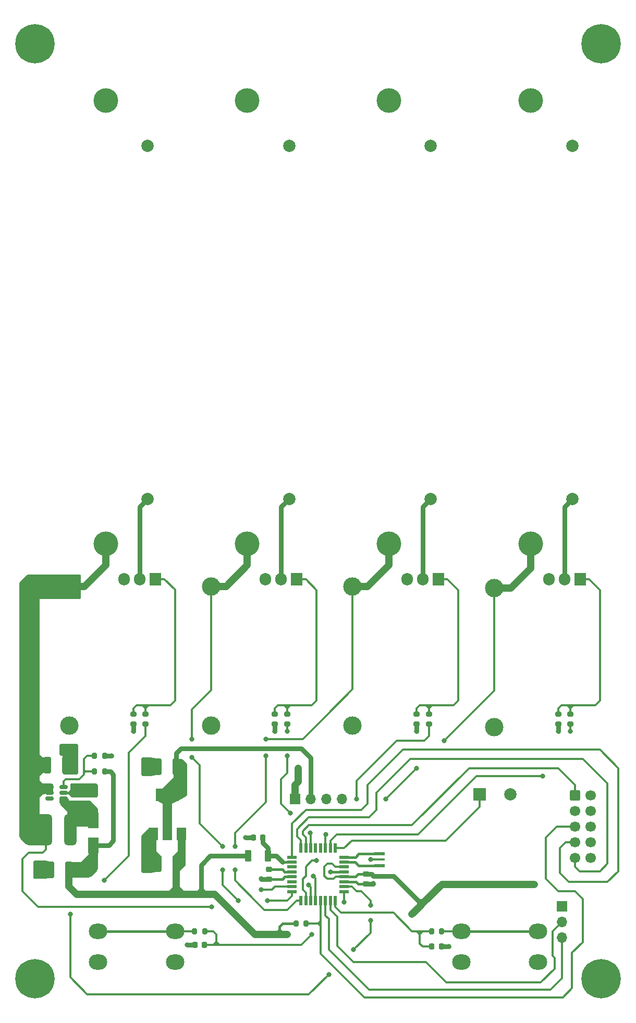
<source format=gbr>
%TF.GenerationSoftware,KiCad,Pcbnew,(6.0.9)*%
%TF.CreationDate,2022-12-22T11:47:32+01:00*%
%TF.ProjectId,BatteryDischargerV1,42617474-6572-4794-9469-736368617267,rev?*%
%TF.SameCoordinates,Original*%
%TF.FileFunction,Copper,L1,Top*%
%TF.FilePolarity,Positive*%
%FSLAX46Y46*%
G04 Gerber Fmt 4.6, Leading zero omitted, Abs format (unit mm)*
G04 Created by KiCad (PCBNEW (6.0.9)) date 2022-12-22 11:47:32*
%MOMM*%
%LPD*%
G01*
G04 APERTURE LIST*
G04 Aperture macros list*
%AMRoundRect*
0 Rectangle with rounded corners*
0 $1 Rounding radius*
0 $2 $3 $4 $5 $6 $7 $8 $9 X,Y pos of 4 corners*
0 Add a 4 corners polygon primitive as box body*
4,1,4,$2,$3,$4,$5,$6,$7,$8,$9,$2,$3,0*
0 Add four circle primitives for the rounded corners*
1,1,$1+$1,$2,$3*
1,1,$1+$1,$4,$5*
1,1,$1+$1,$6,$7*
1,1,$1+$1,$8,$9*
0 Add four rect primitives between the rounded corners*
20,1,$1+$1,$2,$3,$4,$5,0*
20,1,$1+$1,$4,$5,$6,$7,0*
20,1,$1+$1,$6,$7,$8,$9,0*
20,1,$1+$1,$8,$9,$2,$3,0*%
G04 Aperture macros list end*
%TA.AperFunction,SMDPad,CuDef*%
%ADD10R,1.600000X0.550000*%
%TD*%
%TA.AperFunction,SMDPad,CuDef*%
%ADD11R,0.550000X1.600000*%
%TD*%
%TA.AperFunction,ComponentPad*%
%ADD12R,1.700000X1.700000*%
%TD*%
%TA.AperFunction,ComponentPad*%
%ADD13O,1.700000X1.700000*%
%TD*%
%TA.AperFunction,SMDPad,CuDef*%
%ADD14RoundRect,0.200000X0.200000X0.275000X-0.200000X0.275000X-0.200000X-0.275000X0.200000X-0.275000X0*%
%TD*%
%TA.AperFunction,SMDPad,CuDef*%
%ADD15RoundRect,0.225000X0.225000X0.250000X-0.225000X0.250000X-0.225000X-0.250000X0.225000X-0.250000X0*%
%TD*%
%TA.AperFunction,SMDPad,CuDef*%
%ADD16RoundRect,0.200000X-0.275000X0.200000X-0.275000X-0.200000X0.275000X-0.200000X0.275000X0.200000X0*%
%TD*%
%TA.AperFunction,ComponentPad*%
%ADD17O,3.000000X2.500000*%
%TD*%
%TA.AperFunction,ComponentPad*%
%ADD18C,4.000000*%
%TD*%
%TA.AperFunction,SMDPad,CuDef*%
%ADD19RoundRect,0.250000X0.325000X1.100000X-0.325000X1.100000X-0.325000X-1.100000X0.325000X-1.100000X0*%
%TD*%
%TA.AperFunction,ComponentPad*%
%ADD20C,3.000000*%
%TD*%
%TA.AperFunction,ComponentPad*%
%ADD21R,2.000000X2.000000*%
%TD*%
%TA.AperFunction,ComponentPad*%
%ADD22C,2.000000*%
%TD*%
%TA.AperFunction,ComponentPad*%
%ADD23R,1.905000X2.000000*%
%TD*%
%TA.AperFunction,ComponentPad*%
%ADD24O,1.905000X2.000000*%
%TD*%
%TA.AperFunction,SMDPad,CuDef*%
%ADD25RoundRect,0.500000X-0.500000X-2.000000X0.500000X-2.000000X0.500000X2.000000X-0.500000X2.000000X0*%
%TD*%
%TA.AperFunction,SMDPad,CuDef*%
%ADD26RoundRect,0.200000X-0.200000X-0.275000X0.200000X-0.275000X0.200000X0.275000X-0.200000X0.275000X0*%
%TD*%
%TA.AperFunction,SMDPad,CuDef*%
%ADD27RoundRect,0.225000X-0.225000X-0.250000X0.225000X-0.250000X0.225000X0.250000X-0.225000X0.250000X0*%
%TD*%
%TA.AperFunction,ComponentPad*%
%ADD28C,0.800000*%
%TD*%
%TA.AperFunction,ComponentPad*%
%ADD29C,6.400000*%
%TD*%
%TA.AperFunction,SMDPad,CuDef*%
%ADD30RoundRect,0.200000X0.275000X-0.200000X0.275000X0.200000X-0.275000X0.200000X-0.275000X-0.200000X0*%
%TD*%
%TA.AperFunction,SMDPad,CuDef*%
%ADD31RoundRect,0.225000X-0.250000X0.225000X-0.250000X-0.225000X0.250000X-0.225000X0.250000X0.225000X0*%
%TD*%
%TA.AperFunction,ComponentPad*%
%ADD32RoundRect,0.250000X-0.600000X-0.600000X0.600000X-0.600000X0.600000X0.600000X-0.600000X0.600000X0*%
%TD*%
%TA.AperFunction,ComponentPad*%
%ADD33C,1.700000*%
%TD*%
%TA.AperFunction,SMDPad,CuDef*%
%ADD34RoundRect,0.150000X0.512500X0.150000X-0.512500X0.150000X-0.512500X-0.150000X0.512500X-0.150000X0*%
%TD*%
%TA.AperFunction,SMDPad,CuDef*%
%ADD35R,1.500000X2.000000*%
%TD*%
%TA.AperFunction,SMDPad,CuDef*%
%ADD36R,3.800000X2.000000*%
%TD*%
%TA.AperFunction,SMDPad,CuDef*%
%ADD37R,1.800000X2.500000*%
%TD*%
%TA.AperFunction,SMDPad,CuDef*%
%ADD38R,1.700000X0.600000*%
%TD*%
%TA.AperFunction,SMDPad,CuDef*%
%ADD39R,1.700000X0.400000*%
%TD*%
%TA.AperFunction,SMDPad,CuDef*%
%ADD40RoundRect,0.250000X-0.325000X-1.100000X0.325000X-1.100000X0.325000X1.100000X-0.325000X1.100000X0*%
%TD*%
%TA.AperFunction,SMDPad,CuDef*%
%ADD41RoundRect,0.250000X-0.275000X-0.700000X0.275000X-0.700000X0.275000X0.700000X-0.275000X0.700000X0*%
%TD*%
%TA.AperFunction,ViaPad*%
%ADD42C,0.800000*%
%TD*%
%TA.AperFunction,Conductor*%
%ADD43C,0.355600*%
%TD*%
%TA.AperFunction,Conductor*%
%ADD44C,1.200000*%
%TD*%
%TA.AperFunction,Conductor*%
%ADD45C,0.457200*%
%TD*%
%TA.AperFunction,Conductor*%
%ADD46C,0.762000*%
%TD*%
G04 APERTURE END LIST*
D10*
%TO.P,U1,1,PD3*%
%TO.N,PD3{slash}INT1*%
X110500000Y-160550000D03*
%TO.P,U1,2,PD4*%
%TO.N,MOSFET1*%
X110500000Y-159750000D03*
%TO.P,U1,3,GND*%
%TO.N,GND*%
X110500000Y-158950000D03*
%TO.P,U1,4,VCC*%
%TO.N,+5V*%
X110500000Y-158150000D03*
%TO.P,U1,5,GND*%
%TO.N,GND*%
X110500000Y-157350000D03*
%TO.P,U1,6,VCC*%
%TO.N,+5V*%
X110500000Y-156550000D03*
%TO.P,U1,7,XTAL1/PB6*%
%TO.N,Net-(U1-Pad7)*%
X110500000Y-155750000D03*
%TO.P,U1,8,XTAL2/PB7*%
%TO.N,Net-(U1-Pad8)*%
X110500000Y-154950000D03*
D11*
%TO.P,U1,9,PD5*%
%TO.N,/BUZZER*%
X109050000Y-153500000D03*
%TO.P,U1,10,PD6*%
%TO.N,MOSFET4*%
X108250000Y-153500000D03*
%TO.P,U1,11,PD7*%
%TO.N,MOSFET3*%
X107450000Y-153500000D03*
%TO.P,U1,12,PB0*%
%TO.N,unconnected-(U1-Pad12)*%
X106650000Y-153500000D03*
%TO.P,U1,13,PB1*%
%TO.N,unconnected-(U1-Pad13)*%
X105850000Y-153500000D03*
%TO.P,U1,14,PB2*%
%TO.N,MOSFET2*%
X105050000Y-153500000D03*
%TO.P,U1,15,PB3*%
%TO.N,PB3*%
X104250000Y-153500000D03*
%TO.P,U1,16,PB4*%
%TO.N,PB4*%
X103450000Y-153500000D03*
D10*
%TO.P,U1,17,PB5*%
%TO.N,PB5*%
X102000000Y-154950000D03*
%TO.P,U1,18,AVCC*%
%TO.N,Net-(C2-Pad1)*%
X102000000Y-155750000D03*
%TO.P,U1,19,ADC6*%
%TO.N,unconnected-(U1-Pad19)*%
X102000000Y-156550000D03*
%TO.P,U1,20,AREF*%
%TO.N,/AREF*%
X102000000Y-157350000D03*
%TO.P,U1,21,GND*%
%TO.N,GND*%
X102000000Y-158150000D03*
%TO.P,U1,22,ADC7*%
%TO.N,unconnected-(U1-Pad22)*%
X102000000Y-158950000D03*
%TO.P,U1,23,PC0*%
%TO.N,VBAT1*%
X102000000Y-159750000D03*
%TO.P,U1,24,PC1*%
%TO.N,VBAT2*%
X102000000Y-160550000D03*
D11*
%TO.P,U1,25,PC2*%
%TO.N,VBAT3*%
X103450000Y-162000000D03*
%TO.P,U1,26,PC3*%
%TO.N,VBAT4*%
X104250000Y-162000000D03*
%TO.P,U1,27,PC4*%
%TO.N,SDA*%
X105050000Y-162000000D03*
%TO.P,U1,28,PC5*%
%TO.N,SCL*%
X105850000Y-162000000D03*
%TO.P,U1,29,~{RESET}/PC6*%
%TO.N,RESET*%
X106650000Y-162000000D03*
%TO.P,U1,30,PD0*%
%TO.N,/RX*%
X107450000Y-162000000D03*
%TO.P,U1,31,PD1*%
%TO.N,/TX*%
X108250000Y-162000000D03*
%TO.P,U1,32,PD2*%
%TO.N,PD2{slash}INT0*%
X109050000Y-162000000D03*
%TD*%
D12*
%TO.P,J2,1,Pin_1*%
%TO.N,GND*%
X102500000Y-145500000D03*
D13*
%TO.P,J2,2,Pin_2*%
%TO.N,+3V3*%
X105040000Y-145500000D03*
%TO.P,J2,3,Pin_3*%
%TO.N,SCL*%
X107580000Y-145500000D03*
%TO.P,J2,4,Pin_4*%
%TO.N,SDA*%
X110120000Y-145500000D03*
%TD*%
D14*
%TO.P,R4,1*%
%TO.N,RESET*%
X104325000Y-165750000D03*
%TO.P,R4,2*%
%TO.N,+5V*%
X102675000Y-165750000D03*
%TD*%
D15*
%TO.P,C2,1*%
%TO.N,Net-(C2-Pad1)*%
X97275000Y-151750000D03*
%TO.P,C2,2*%
%TO.N,GND*%
X95725000Y-151750000D03*
%TD*%
D16*
%TO.P,R15,1*%
%TO.N,Net-(Q1-Pad1)*%
X76250000Y-131675000D03*
%TO.P,R15,2*%
%TO.N,GND*%
X76250000Y-133325000D03*
%TD*%
D17*
%TO.P,SW2,1,1*%
%TO.N,Net-(R8-Pad1)*%
X70500000Y-167000000D03*
X83000000Y-167000000D03*
%TO.P,SW2,2,2*%
%TO.N,GND*%
X83000000Y-172000000D03*
X70500000Y-172000000D03*
%TD*%
D18*
%TO.P,BT1,1,+*%
%TO.N,VBAT1*%
X71750000Y-104000000D03*
%TO.P,BT1,2,-*%
%TO.N,GND*%
X71750000Y-32000000D03*
%TD*%
D19*
%TO.P,C7,1*%
%TO.N,+5V*%
X83225000Y-156000000D03*
%TO.P,C7,2*%
%TO.N,GND*%
X80275000Y-156000000D03*
%TD*%
D20*
%TO.P,F2,1*%
%TO.N,Net-(F2-Pad1)*%
X111850000Y-133550000D03*
%TO.P,F2,2*%
%TO.N,VBAT3*%
X111850000Y-110950000D03*
%TD*%
D14*
%TO.P,R9,1*%
%TO.N,+5V*%
X71575000Y-141000000D03*
%TO.P,R9,2*%
%TO.N,/FB*%
X69925000Y-141000000D03*
%TD*%
D21*
%TO.P,LS1,1,1*%
%TO.N,/BUZZER*%
X132479216Y-144750000D03*
D22*
%TO.P,LS1,2,2*%
%TO.N,GND*%
X137479216Y-144750000D03*
%TD*%
D23*
%TO.P,Q2,1,G*%
%TO.N,Net-(Q2-Pad1)*%
X125790000Y-109770000D03*
D24*
%TO.P,Q2,2,D*%
%TO.N,Net-(Q2-Pad2)*%
X123250000Y-109770000D03*
%TO.P,Q2,3,S*%
%TO.N,GND*%
X120710000Y-109770000D03*
%TD*%
D25*
%TO.P,L2,1*%
%TO.N,VBAT1*%
X62000000Y-150500000D03*
%TO.P,L2,2*%
%TO.N,/L_OUT*%
X66000000Y-150500000D03*
%TD*%
D20*
%TO.P,F3,1*%
%TO.N,Net-(F3-Pad1)*%
X88850000Y-133550000D03*
%TO.P,F3,2*%
%TO.N,VBAT2*%
X88850000Y-110950000D03*
%TD*%
D16*
%TO.P,R16,1*%
%TO.N,Net-(Q2-Pad1)*%
X122250000Y-131675000D03*
%TO.P,R16,2*%
%TO.N,GND*%
X122250000Y-133325000D03*
%TD*%
D26*
%TO.P,R10,1*%
%TO.N,/FB*%
X69925000Y-138500000D03*
%TO.P,R10,2*%
%TO.N,GND*%
X71575000Y-138500000D03*
%TD*%
D27*
%TO.P,CD1,1*%
%TO.N,PD2{slash}INT0*%
X124725000Y-169500000D03*
%TO.P,CD1,2*%
%TO.N,GND*%
X126275000Y-169500000D03*
%TD*%
D15*
%TO.P,CD2,1*%
%TO.N,PD3{slash}INT1*%
X87775000Y-169250000D03*
%TO.P,CD2,2*%
%TO.N,GND*%
X86225000Y-169250000D03*
%TD*%
D17*
%TO.P,SW1,1,1*%
%TO.N,Net-(R7-Pad1)*%
X129500000Y-167000000D03*
X142000000Y-167000000D03*
%TO.P,SW1,2,2*%
%TO.N,GND*%
X142000000Y-172000000D03*
X129500000Y-172000000D03*
%TD*%
D14*
%TO.P,R7,1*%
%TO.N,Net-(R7-Pad1)*%
X126325000Y-167000000D03*
%TO.P,R7,2*%
%TO.N,PD2{slash}INT0*%
X124675000Y-167000000D03*
%TD*%
D23*
%TO.P,Q3,1,G*%
%TO.N,Net-(Q3-Pad1)*%
X102790000Y-109770000D03*
D24*
%TO.P,Q3,2,D*%
%TO.N,Net-(Q3-Pad2)*%
X100250000Y-109770000D03*
%TO.P,Q3,3,S*%
%TO.N,GND*%
X97710000Y-109770000D03*
%TD*%
D28*
%TO.P,H4,1,1*%
%TO.N,unconnected-(H4-Pad1)*%
X153947056Y-173052944D03*
X152250000Y-172350000D03*
X150552944Y-173052944D03*
X154650000Y-174750000D03*
D29*
X152250000Y-174750000D03*
D28*
X149850000Y-174750000D03*
X150552944Y-176447056D03*
X152250000Y-177150000D03*
X153947056Y-176447056D03*
%TD*%
D30*
%TO.P,R19,1*%
%TO.N,MOSFET2*%
X101250000Y-133325000D03*
%TO.P,R19,2*%
%TO.N,Net-(Q3-Pad1)*%
X101250000Y-131675000D03*
%TD*%
D26*
%TO.P,R8,1*%
%TO.N,Net-(R8-Pad1)*%
X86175000Y-167000000D03*
%TO.P,R8,2*%
%TO.N,PD3{slash}INT1*%
X87825000Y-167000000D03*
%TD*%
D23*
%TO.P,Q1,1,G*%
%TO.N,Net-(Q1-Pad1)*%
X79790000Y-109750000D03*
D24*
%TO.P,Q1,2,D*%
%TO.N,Net-(Q1-Pad2)*%
X77250000Y-109750000D03*
%TO.P,Q1,3,S*%
%TO.N,GND*%
X74710000Y-109750000D03*
%TD*%
D31*
%TO.P,C1,1*%
%TO.N,+5V*%
X114000000Y-157725000D03*
%TO.P,C1,2*%
%TO.N,GND*%
X114000000Y-159275000D03*
%TD*%
D32*
%TO.P,J1,1,Pin_1*%
%TO.N,PB3*%
X147997500Y-144920000D03*
D33*
%TO.P,J1,2,Pin_2*%
%TO.N,+5V*%
X150537500Y-144920000D03*
%TO.P,J1,3,Pin_3*%
%TO.N,GND*%
X147997500Y-147460000D03*
%TO.P,J1,4,Pin_4*%
X150537500Y-147460000D03*
%TO.P,J1,5,Pin_5*%
%TO.N,RESET*%
X147997500Y-150000000D03*
%TO.P,J1,6,Pin_6*%
%TO.N,GND*%
X150537500Y-150000000D03*
%TO.P,J1,7,Pin_7*%
%TO.N,PB5*%
X147997500Y-152540000D03*
%TO.P,J1,8,Pin_8*%
%TO.N,GND*%
X150537500Y-152540000D03*
%TO.P,J1,9,Pin_9*%
%TO.N,PB4*%
X147997500Y-155080000D03*
%TO.P,J1,10,Pin_10*%
%TO.N,GND*%
X150537500Y-155080000D03*
%TD*%
D16*
%TO.P,R22,1*%
%TO.N,Net-(Q4-Pad1)*%
X145250000Y-131675000D03*
%TO.P,R22,2*%
%TO.N,GND*%
X145250000Y-133325000D03*
%TD*%
D28*
%TO.P,H3,1,1*%
%TO.N,unconnected-(H3-Pad1)*%
X152250000Y-25150000D03*
X150552944Y-21052944D03*
X152250000Y-20350000D03*
X153947056Y-24447056D03*
X154650000Y-22750000D03*
X153947056Y-21052944D03*
X150552944Y-24447056D03*
D29*
X152250000Y-22750000D03*
D28*
X149850000Y-22750000D03*
%TD*%
D19*
%TO.P,C6,1*%
%TO.N,+5V*%
X65725000Y-157000000D03*
%TO.P,C6,2*%
%TO.N,GND*%
X62775000Y-157000000D03*
%TD*%
D30*
%TO.P,R13,1*%
%TO.N,MOSFET1*%
X78250000Y-133325000D03*
%TO.P,R13,2*%
%TO.N,Net-(Q1-Pad1)*%
X78250000Y-131675000D03*
%TD*%
D34*
%TO.P,U3,1,SW*%
%TO.N,/L_OUT*%
X64887500Y-145450000D03*
%TO.P,U3,2,GND*%
%TO.N,GND*%
X64887500Y-144500000D03*
%TO.P,U3,3,FB*%
%TO.N,/FB*%
X64887500Y-143550000D03*
%TO.P,U3,4,EN*%
%TO.N,VBAT1*%
X62612500Y-143550000D03*
%TO.P,U3,5,IN*%
X62612500Y-144500000D03*
%TO.P,U3,6,NC*%
%TO.N,unconnected-(U3-Pad6)*%
X62612500Y-145450000D03*
%TD*%
D20*
%TO.P,F1,1*%
%TO.N,Net-(F1-Pad1)*%
X65850000Y-133550000D03*
%TO.P,F1,2*%
%TO.N,VBAT1*%
X65850000Y-110950000D03*
%TD*%
D18*
%TO.P,BT2,1,+*%
%TO.N,VBAT3*%
X117750000Y-104000000D03*
%TO.P,BT2,2,-*%
%TO.N,GND*%
X117750000Y-32000000D03*
%TD*%
D30*
%TO.P,R14,1*%
%TO.N,MOSFET3*%
X124250000Y-133325000D03*
%TO.P,R14,2*%
%TO.N,Net-(Q2-Pad1)*%
X124250000Y-131675000D03*
%TD*%
D35*
%TO.P,U2,1,GND*%
%TO.N,GND*%
X79450000Y-151150000D03*
D36*
%TO.P,U2,2,VO*%
%TO.N,+3V3*%
X81750000Y-144850000D03*
D35*
X81750000Y-151150000D03*
%TO.P,U2,3,VI*%
%TO.N,+5V*%
X84050000Y-151150000D03*
%TD*%
D16*
%TO.P,R21,1*%
%TO.N,Net-(Q3-Pad1)*%
X99250000Y-131675000D03*
%TO.P,R21,2*%
%TO.N,GND*%
X99250000Y-133325000D03*
%TD*%
D18*
%TO.P,BT3,1,+*%
%TO.N,VBAT2*%
X94750000Y-104000000D03*
%TO.P,BT3,2,-*%
%TO.N,GND*%
X94750000Y-32000000D03*
%TD*%
D23*
%TO.P,Q4,1,G*%
%TO.N,Net-(Q4-Pad1)*%
X148790000Y-109770000D03*
D24*
%TO.P,Q4,2,D*%
%TO.N,Net-(Q4-Pad2)*%
X146250000Y-109770000D03*
%TO.P,Q4,3,S*%
%TO.N,GND*%
X143710000Y-109770000D03*
%TD*%
D31*
%TO.P,C3,1*%
%TO.N,/AREF*%
X98250000Y-156975000D03*
%TO.P,C3,2*%
%TO.N,GND*%
X98250000Y-158525000D03*
%TD*%
D12*
%TO.P,J3,1,Pin_1*%
%TO.N,GND*%
X145875000Y-162975000D03*
D13*
%TO.P,J3,2,Pin_2*%
%TO.N,/TX*%
X145875000Y-165515000D03*
%TO.P,J3,3,Pin_3*%
%TO.N,/RX*%
X145875000Y-168055000D03*
%TD*%
D28*
%TO.P,H2,1,1*%
%TO.N,unconnected-(H2-Pad1)*%
X58552944Y-173052944D03*
X62650000Y-174750000D03*
X58552944Y-176447056D03*
X61947056Y-176447056D03*
D29*
X60250000Y-174750000D03*
D28*
X60250000Y-172350000D03*
X57850000Y-174750000D03*
X60250000Y-177150000D03*
X61947056Y-173052944D03*
%TD*%
D30*
%TO.P,R20,1*%
%TO.N,MOSFET4*%
X147250000Y-133325000D03*
%TO.P,R20,2*%
%TO.N,Net-(Q4-Pad1)*%
X147250000Y-131675000D03*
%TD*%
D37*
%TO.P,D1,1,K*%
%TO.N,+5V*%
X69750000Y-153000000D03*
%TO.P,D1,2,A*%
%TO.N,/L_OUT*%
X69750000Y-149000000D03*
%TD*%
D19*
%TO.P,C8,1*%
%TO.N,+3V3*%
X83225000Y-140250000D03*
%TO.P,C8,2*%
%TO.N,GND*%
X80275000Y-140250000D03*
%TD*%
D20*
%TO.P,F4,1*%
%TO.N,Net-(F4-Pad1)*%
X134850000Y-133800000D03*
%TO.P,F4,2*%
%TO.N,VBAT4*%
X134850000Y-111200000D03*
%TD*%
D18*
%TO.P,BT4,1,+*%
%TO.N,VBAT4*%
X140750000Y-104000000D03*
%TO.P,BT4,2,-*%
%TO.N,GND*%
X140750000Y-32000000D03*
%TD*%
D38*
%TO.P,Y1,1,1*%
%TO.N,Net-(U1-Pad8)*%
X116250000Y-154400000D03*
D39*
%TO.P,Y1,2,2*%
%TO.N,GND*%
X116250000Y-155350000D03*
D38*
%TO.P,Y1,3,3*%
%TO.N,Net-(U1-Pad7)*%
X116250000Y-156300000D03*
%TD*%
D40*
%TO.P,C5,1*%
%TO.N,VBAT1*%
X62275000Y-140000000D03*
%TO.P,C5,2*%
%TO.N,GND*%
X65225000Y-140000000D03*
%TD*%
D41*
%TO.P,L1,1*%
%TO.N,+5V*%
X94925000Y-154750000D03*
%TO.P,L1,2*%
%TO.N,Net-(C2-Pad1)*%
X98075000Y-154750000D03*
%TD*%
D22*
%TO.P,R18,1*%
%TO.N,Net-(F4-Pad1)*%
X147550000Y-39298000D03*
%TO.P,R18,2*%
%TO.N,Net-(Q4-Pad2)*%
X147550000Y-96702000D03*
%TD*%
%TO.P,R17,1*%
%TO.N,Net-(F3-Pad1)*%
X101550000Y-39298000D03*
%TO.P,R17,2*%
%TO.N,Net-(Q3-Pad2)*%
X101550000Y-96702000D03*
%TD*%
%TO.P,R12,1*%
%TO.N,Net-(F2-Pad1)*%
X124550000Y-39298000D03*
%TO.P,R12,2*%
%TO.N,Net-(Q2-Pad2)*%
X124550000Y-96702000D03*
%TD*%
%TO.P,R11,1*%
%TO.N,Net-(F1-Pad1)*%
X78550000Y-39298000D03*
%TO.P,R11,2*%
%TO.N,Net-(Q1-Pad2)*%
X78550000Y-96702000D03*
%TD*%
D28*
%TO.P,H1,1,1*%
%TO.N,unconnected-(H1-Pad1)*%
X61947056Y-24447056D03*
X58552944Y-21052944D03*
D29*
X60250000Y-22750000D03*
D28*
X61947056Y-21052944D03*
X62650000Y-22750000D03*
X58552944Y-24447056D03*
X57850000Y-22750000D03*
X60250000Y-25150000D03*
X60250000Y-20350000D03*
%TD*%
D42*
%TO.N,GND*%
X103000000Y-140500000D03*
%TO.N,SCL*%
X105500000Y-158000000D03*
%TO.N,SDA*%
X104750000Y-159500000D03*
%TO.N,VBAT4*%
X106000000Y-155500000D03*
%TO.N,GND*%
X108300000Y-157350000D03*
%TO.N,VBAT2*%
X98000000Y-162000000D03*
%TO.N,VBAT1*%
X97000000Y-160250000D03*
%TO.N,VBAT2*%
X93250000Y-162000000D03*
X90750000Y-157000000D03*
X90750000Y-153250000D03*
%TO.N,VBAT3*%
X92750000Y-153250000D03*
X92750000Y-157000000D03*
%TO.N,VBAT1*%
X89000000Y-163000000D03*
%TO.N,+5V*%
X121500000Y-164250000D03*
X141375000Y-159375000D03*
X101250000Y-167500000D03*
%TO.N,PD3{slash}INT1*%
X105250000Y-167500000D03*
%TO.N,VBAT4*%
X117250000Y-145500000D03*
X122250000Y-140500000D03*
X126750000Y-136000000D03*
%TO.N,VBAT3*%
X97750000Y-135750000D03*
X97750000Y-138500000D03*
%TO.N,MOSFET2*%
X101250000Y-134500000D03*
%TO.N,MOSFET3*%
X112500000Y-145500000D03*
%TO.N,MOSFET2*%
X101250000Y-138500000D03*
X105000000Y-151000000D03*
%TO.N,VBAT2*%
X85750000Y-138750000D03*
X85750000Y-135750000D03*
%TO.N,MOSFET2*%
X101750000Y-147750000D03*
%TO.N,GND*%
X127500000Y-169500000D03*
X85000000Y-169250000D03*
%TO.N,PD3{slash}INT1*%
X110500000Y-162250000D03*
%TO.N,MOSFET1*%
X108000000Y-174000000D03*
X112000000Y-170000000D03*
X114750000Y-165250000D03*
X114750000Y-162750000D03*
X66000000Y-164250000D03*
X71500000Y-158750000D03*
%TO.N,GND*%
X79000000Y-153000000D03*
X66750000Y-143500000D03*
X78000000Y-140250000D03*
X76250000Y-134500000D03*
X68750000Y-143500000D03*
X78000000Y-154000000D03*
X67750000Y-143500000D03*
X79000000Y-156000000D03*
X79000000Y-154000000D03*
X94500000Y-151750000D03*
X66750000Y-140000000D03*
X114750000Y-155350000D03*
X145250000Y-134500000D03*
X65750000Y-137000000D03*
X79000000Y-140250000D03*
X99250000Y-134500000D03*
X78000000Y-155000000D03*
X79000000Y-139250000D03*
X60500000Y-156000000D03*
X78000000Y-157000000D03*
X66750000Y-139000000D03*
X64750000Y-138000000D03*
X97000000Y-158500000D03*
X72750000Y-138500000D03*
X67750000Y-144500000D03*
X68750000Y-144500000D03*
X64750000Y-137000000D03*
X61500000Y-158000000D03*
X78000000Y-153000000D03*
X65750000Y-138000000D03*
X60500000Y-157000000D03*
X61500000Y-157000000D03*
X122250000Y-134500000D03*
X79000000Y-157000000D03*
X66750000Y-137000000D03*
X66750000Y-138000000D03*
X78000000Y-141250000D03*
X115250000Y-159250000D03*
X61500000Y-156000000D03*
X78000000Y-156000000D03*
X69750000Y-144500000D03*
X78000000Y-139250000D03*
X79000000Y-141250000D03*
X66750000Y-144500000D03*
X66750000Y-141000000D03*
X69750000Y-143500000D03*
X60500000Y-158000000D03*
X79000000Y-155000000D03*
%TO.N,MOSFET3*%
X107500000Y-151250000D03*
%TO.N,MOSFET4*%
X147250000Y-134500000D03*
X142750000Y-141750000D03*
%TD*%
D43*
%TO.N,PB4*%
X103450000Y-152200000D02*
X103450000Y-153500000D01*
X102875000Y-151625000D02*
X103450000Y-152200000D01*
X102875000Y-150375000D02*
X102875000Y-151625000D01*
X104750000Y-148500000D02*
X102875000Y-150375000D01*
X114500000Y-148500000D02*
X104750000Y-148500000D01*
X115750000Y-147250000D02*
X114500000Y-148500000D01*
X115750000Y-144500000D02*
X115750000Y-147250000D01*
X149250000Y-139000000D02*
X121250000Y-139000000D01*
X121250000Y-139000000D02*
X115750000Y-144500000D01*
X153250000Y-156000000D02*
X153250000Y-143000000D01*
X148750000Y-157250000D02*
X152000000Y-157250000D01*
X147997500Y-156497500D02*
X148750000Y-157250000D01*
X153250000Y-143000000D02*
X149250000Y-139000000D01*
X147997500Y-155080000D02*
X147997500Y-156497500D01*
X152000000Y-157250000D02*
X153250000Y-156000000D01*
D44*
%TO.N,GND*%
X103000000Y-142750000D02*
X102500000Y-143250000D01*
X103000000Y-140500000D02*
X103000000Y-142750000D01*
X102500000Y-145500000D02*
X102500000Y-143250000D01*
D43*
%TO.N,SCL*%
X105850000Y-158350000D02*
X105500000Y-158000000D01*
X105850000Y-162000000D02*
X105850000Y-158350000D01*
%TO.N,SDA*%
X105050000Y-159800000D02*
X104750000Y-159500000D01*
X105050000Y-162000000D02*
X105050000Y-159800000D01*
%TO.N,VBAT4*%
X104250000Y-156500000D02*
X105250000Y-155500000D01*
X104250000Y-158000000D02*
X104250000Y-156500000D01*
X105250000Y-155500000D02*
X106000000Y-155500000D01*
X103750000Y-158500000D02*
X104250000Y-158000000D01*
X104250000Y-160750000D02*
X103750000Y-160250000D01*
X103750000Y-160250000D02*
X103750000Y-158500000D01*
X104250000Y-162000000D02*
X104250000Y-160750000D01*
%TO.N,RESET*%
X106650000Y-170650000D02*
X106650000Y-166150000D01*
X145000000Y-150000000D02*
X147997500Y-150000000D01*
X143250000Y-151750000D02*
X145000000Y-150000000D01*
X143250000Y-158500000D02*
X143250000Y-151750000D01*
X145250000Y-160500000D02*
X143250000Y-158500000D01*
X148000000Y-160500000D02*
X145250000Y-160500000D01*
X149250000Y-161750000D02*
X148000000Y-160500000D01*
X147500000Y-170500000D02*
X149250000Y-168750000D01*
X147500000Y-176250000D02*
X147500000Y-170500000D01*
X146000000Y-177750000D02*
X147500000Y-176250000D01*
X113750000Y-177750000D02*
X146000000Y-177750000D01*
X106650000Y-170650000D02*
X113750000Y-177750000D01*
X149250000Y-168750000D02*
X149250000Y-161750000D01*
%TO.N,+5V*%
X109050000Y-156550000D02*
X110500000Y-156550000D01*
X108500000Y-156000000D02*
X109050000Y-156550000D01*
X107250000Y-156500000D02*
X107750000Y-156000000D01*
X107250000Y-158000000D02*
X107250000Y-156500000D01*
X109100000Y-158150000D02*
X108750000Y-158500000D01*
X108750000Y-158500000D02*
X107750000Y-158500000D01*
X107750000Y-158500000D02*
X107250000Y-158000000D01*
X110500000Y-158150000D02*
X109100000Y-158150000D01*
X107750000Y-156000000D02*
X108500000Y-156000000D01*
D45*
%TO.N,GND*%
X110500000Y-157350000D02*
X108300000Y-157350000D01*
D46*
%TO.N,+5V*%
X122625000Y-162125000D02*
X123625000Y-162125000D01*
D44*
X123625000Y-162125000D02*
X123125000Y-162625000D01*
X126375000Y-159375000D02*
X123625000Y-162125000D01*
D46*
X122500000Y-162000000D02*
X122625000Y-162125000D01*
D44*
X122625000Y-163125000D02*
X121500000Y-164250000D01*
D46*
X122625000Y-162125000D02*
X122625000Y-163125000D01*
D44*
X123125000Y-162625000D02*
X122625000Y-163125000D01*
D46*
X122500000Y-162000000D02*
X123125000Y-162625000D01*
X118500000Y-158000000D02*
X122500000Y-162000000D01*
X115250000Y-158000000D02*
X118500000Y-158000000D01*
X114000000Y-157725000D02*
X114975000Y-157725000D01*
X114975000Y-157725000D02*
X115250000Y-158000000D01*
D45*
X100000000Y-166750000D02*
X100750000Y-167500000D01*
X100750000Y-167500000D02*
X101250000Y-167500000D01*
X100000000Y-166750000D02*
X99250000Y-167500000D01*
D44*
X99250000Y-167500000D02*
X100000000Y-167500000D01*
D45*
X100000000Y-166750000D02*
X100000000Y-167500000D01*
X100000000Y-166250000D02*
X100000000Y-166750000D01*
D44*
X96000000Y-167500000D02*
X99250000Y-167500000D01*
D45*
X100500000Y-165750000D02*
X100000000Y-166250000D01*
D44*
X100000000Y-167500000D02*
X101250000Y-167500000D01*
D45*
X102675000Y-165750000D02*
X100500000Y-165750000D01*
D43*
%TO.N,VBAT2*%
X101250000Y-162000000D02*
X102000000Y-161250000D01*
X98000000Y-162000000D02*
X101250000Y-162000000D01*
X102000000Y-161250000D02*
X102000000Y-160550000D01*
%TO.N,VBAT1*%
X98750000Y-160250000D02*
X97000000Y-160250000D01*
%TO.N,VBAT2*%
X87000000Y-149500000D02*
X90750000Y-153250000D01*
X87000000Y-140000000D02*
X87000000Y-149500000D01*
X90750000Y-159500000D02*
X93250000Y-162000000D01*
X85750000Y-138750000D02*
X87000000Y-140000000D01*
X90750000Y-157000000D02*
X90750000Y-159500000D01*
%TO.N,VBAT3*%
X92750000Y-158750000D02*
X96000000Y-162000000D01*
X92750000Y-157000000D02*
X92750000Y-158750000D01*
X97750000Y-146000000D02*
X97750000Y-138500000D01*
X97750000Y-146000000D02*
X92750000Y-151000000D01*
X92750000Y-151000000D02*
X92750000Y-153250000D01*
D46*
%TO.N,+5V*%
X87250000Y-156250000D02*
X87250000Y-159750000D01*
X88750000Y-154750000D02*
X87250000Y-156250000D01*
X94925000Y-154750000D02*
X88750000Y-154750000D01*
D43*
%TO.N,VBAT1*%
X83000000Y-163000000D02*
X89000000Y-163000000D01*
X60750000Y-163000000D02*
X83000000Y-163000000D01*
D44*
%TO.N,+5V*%
X83225000Y-159775000D02*
X83225000Y-159975000D01*
X84250000Y-161000000D02*
X86500000Y-161000000D01*
X83225000Y-159975000D02*
X84250000Y-161000000D01*
X83750000Y-161000000D02*
X84250000Y-161000000D01*
X82250000Y-161000000D02*
X83750000Y-161000000D01*
X81750000Y-161000000D02*
X82250000Y-161000000D01*
X83225000Y-159775000D02*
X83225000Y-160475000D01*
X83225000Y-159775000D02*
X83225000Y-160025000D01*
X83225000Y-156000000D02*
X83225000Y-159775000D01*
X83225000Y-160025000D02*
X82250000Y-161000000D01*
X83225000Y-160475000D02*
X83750000Y-161000000D01*
D46*
X87250000Y-160250000D02*
X88000000Y-161000000D01*
D44*
X87250000Y-161000000D02*
X88000000Y-161000000D01*
X88000000Y-161000000D02*
X89500000Y-161000000D01*
D46*
X87250000Y-160250000D02*
X86500000Y-161000000D01*
X87250000Y-159750000D02*
X87250000Y-160250000D01*
D44*
X86500000Y-161000000D02*
X87250000Y-161000000D01*
D46*
X87250000Y-159750000D02*
X87250000Y-161000000D01*
D44*
X141375000Y-159375000D02*
X126375000Y-159375000D01*
X94750000Y-166250000D02*
X96000000Y-167500000D01*
X89500000Y-161000000D02*
X94750000Y-166250000D01*
D43*
%TO.N,PD3{slash}INT1*%
X89750000Y-168750000D02*
X90250000Y-169250000D01*
X89750000Y-169250000D02*
X90250000Y-169250000D01*
X90250000Y-169250000D02*
X103500000Y-169250000D01*
X89750000Y-168750000D02*
X89250000Y-169250000D01*
X87775000Y-169250000D02*
X89250000Y-169250000D01*
X89750000Y-168750000D02*
X89750000Y-169250000D01*
X89750000Y-167500000D02*
X89750000Y-168750000D01*
X89250000Y-169250000D02*
X89750000Y-169250000D01*
X89250000Y-167000000D02*
X89750000Y-167500000D01*
X87825000Y-167000000D02*
X89250000Y-167000000D01*
X103500000Y-169250000D02*
X105250000Y-167500000D01*
%TO.N,VBAT4*%
X130000000Y-132750000D02*
X126750000Y-136000000D01*
X122250000Y-140500000D02*
X117250000Y-145500000D01*
%TO.N,VBAT3*%
X97500000Y-163500000D02*
X101250000Y-163500000D01*
X102750000Y-162000000D02*
X103450000Y-162000000D01*
X96000000Y-162000000D02*
X97500000Y-163500000D01*
X101250000Y-163500000D02*
X102750000Y-162000000D01*
X100750000Y-135750000D02*
X97750000Y-135750000D01*
X103750000Y-135750000D02*
X100750000Y-135750000D01*
X107500000Y-132000000D02*
X103750000Y-135750000D01*
%TO.N,MOSFET2*%
X101250000Y-133325000D02*
X101250000Y-134500000D01*
%TO.N,VBAT3*%
X111850000Y-127650000D02*
X107500000Y-132000000D01*
X111850000Y-110950000D02*
X111850000Y-127650000D01*
%TO.N,PB5*%
X102000000Y-149500000D02*
X102000000Y-154950000D01*
X104250000Y-147250000D02*
X102000000Y-149500000D01*
X113250000Y-147250000D02*
X104250000Y-147250000D01*
X114250000Y-146250000D02*
X113250000Y-147250000D01*
X120000000Y-137500000D02*
X114250000Y-143250000D01*
X155000000Y-140500000D02*
X152000000Y-137500000D01*
X155000000Y-157250000D02*
X155000000Y-140500000D01*
X114250000Y-143250000D02*
X114250000Y-146250000D01*
X153250000Y-159000000D02*
X155000000Y-157250000D01*
X147000000Y-159000000D02*
X153250000Y-159000000D01*
X145500000Y-157500000D02*
X147000000Y-159000000D01*
X146460000Y-152540000D02*
X145500000Y-153500000D01*
X152000000Y-137500000D02*
X120000000Y-137500000D01*
X147997500Y-152540000D02*
X146460000Y-152540000D01*
X145500000Y-153500000D02*
X145500000Y-157500000D01*
%TO.N,MOSFET3*%
X112500000Y-145500000D02*
X112500000Y-142500000D01*
X112500000Y-142500000D02*
X114250000Y-140750000D01*
%TO.N,MOSFET2*%
X100250000Y-146250000D02*
X101750000Y-147750000D01*
X100250000Y-142250000D02*
X100250000Y-146250000D01*
X101250000Y-138500000D02*
X101250000Y-141250000D01*
X101250000Y-141250000D02*
X100250000Y-142250000D01*
D46*
%TO.N,+3V3*%
X84000000Y-137250000D02*
X83225000Y-138025000D01*
X83225000Y-138025000D02*
X83225000Y-140250000D01*
X103500000Y-137250000D02*
X84000000Y-137250000D01*
X105040000Y-145409500D02*
X105040000Y-138790000D01*
X105040000Y-138790000D02*
X103500000Y-137250000D01*
D43*
%TO.N,MOSFET2*%
X105050000Y-151050000D02*
X105000000Y-151000000D01*
X105050000Y-153500000D02*
X105050000Y-151050000D01*
%TO.N,PB3*%
X147997500Y-143247500D02*
X147997500Y-144920000D01*
X130750000Y-140500000D02*
X145250000Y-140500000D01*
X121500000Y-149750000D02*
X130750000Y-140500000D01*
X103750000Y-150750000D02*
X104750000Y-149750000D01*
X103750000Y-151250000D02*
X103750000Y-150750000D01*
X104750000Y-149750000D02*
X121500000Y-149750000D01*
X145250000Y-140500000D02*
X147997500Y-143247500D01*
X104250000Y-151750000D02*
X103750000Y-151250000D01*
X104250000Y-153500000D02*
X104250000Y-151750000D01*
%TO.N,VBAT2*%
X85750000Y-130950000D02*
X85750000Y-135750000D01*
X86200000Y-130500000D02*
X85750000Y-130950000D01*
X88850000Y-127850000D02*
X86200000Y-130500000D01*
%TO.N,MOSFET3*%
X123500000Y-136000000D02*
X119000000Y-136000000D01*
X124250000Y-135250000D02*
X123500000Y-136000000D01*
X124250000Y-133325000D02*
X124250000Y-135250000D01*
X119000000Y-136000000D02*
X114250000Y-140750000D01*
D46*
%TO.N,GND*%
X126275000Y-169500000D02*
X127500000Y-169500000D01*
X86225000Y-169250000D02*
X85000000Y-169250000D01*
D43*
%TO.N,RESET*%
X106250000Y-165750000D02*
X106650000Y-166150000D01*
X106650000Y-165850000D02*
X106650000Y-166150000D01*
X106600000Y-165400000D02*
X106650000Y-165400000D01*
X106650000Y-165400000D02*
X106650000Y-165850000D01*
X106650000Y-162000000D02*
X106650000Y-165400000D01*
X106250000Y-165750000D02*
X106550000Y-165750000D01*
X104325000Y-165750000D02*
X106250000Y-165750000D01*
X106250000Y-165750000D02*
X106600000Y-165400000D01*
X106550000Y-165750000D02*
X106650000Y-165850000D01*
%TO.N,PD3{slash}INT1*%
X110500000Y-160550000D02*
X110500000Y-162250000D01*
%TO.N,Net-(R8-Pad1)*%
X83000000Y-167000000D02*
X86175000Y-167000000D01*
%TO.N,PD2{slash}INT0*%
X122250000Y-167000000D02*
X121500000Y-167000000D01*
X122750000Y-167500000D02*
X122250000Y-167000000D01*
X122750000Y-167000000D02*
X122250000Y-167000000D01*
X124675000Y-167000000D02*
X123250000Y-167000000D01*
X123250000Y-167000000D02*
X122750000Y-167000000D01*
X122750000Y-167500000D02*
X122750000Y-169000000D01*
X122750000Y-167000000D02*
X122750000Y-167500000D01*
X122750000Y-167500000D02*
X123250000Y-167000000D01*
X123250000Y-169500000D02*
X124725000Y-169500000D01*
X122750000Y-169000000D02*
X123250000Y-169500000D01*
%TO.N,Net-(R7-Pad1)*%
X126325000Y-167000000D02*
X129500000Y-167000000D01*
%TO.N,PD2{slash}INT0*%
X121500000Y-167000000D02*
X118500000Y-164000000D01*
X110000000Y-164000000D02*
X118500000Y-164000000D01*
%TO.N,/RX*%
X145875000Y-174625000D02*
X145875000Y-168055000D01*
X144000000Y-176500000D02*
X145875000Y-174625000D01*
X108000000Y-170000000D02*
X114500000Y-176500000D01*
X114500000Y-176500000D02*
X144000000Y-176500000D01*
X107450000Y-164450000D02*
X108000000Y-165000000D01*
X108000000Y-165000000D02*
X108000000Y-170000000D01*
X107450000Y-162000000D02*
X107450000Y-164450000D01*
%TO.N,MOSFET1*%
X108000000Y-174000000D02*
X104750000Y-177250000D01*
X68750000Y-177250000D02*
X104000000Y-177250000D01*
X114750000Y-167250000D02*
X112000000Y-170000000D01*
X104750000Y-177250000D02*
X104000000Y-177250000D01*
X114750000Y-165250000D02*
X114750000Y-167250000D01*
X114750000Y-162000000D02*
X114750000Y-162750000D01*
%TO.N,/TX*%
X144350000Y-171000000D02*
X144350000Y-167040000D01*
X144650000Y-171300000D02*
X144350000Y-171000000D01*
X144650000Y-173100000D02*
X144650000Y-171300000D01*
X142422199Y-175327801D02*
X144650000Y-173100000D01*
X109375000Y-169375000D02*
X112000000Y-172000000D01*
X112000000Y-172000000D02*
X123750000Y-172000000D01*
X127077801Y-175327801D02*
X142422199Y-175327801D01*
X109375000Y-164625000D02*
X109375000Y-169375000D01*
X144350000Y-167040000D02*
X145875000Y-165515000D01*
X108250000Y-162000000D02*
X108250000Y-163500000D01*
X108250000Y-163500000D02*
X109375000Y-164625000D01*
X123750000Y-172000000D02*
X127077801Y-175327801D01*
%TO.N,VBAT4*%
X134850000Y-127900000D02*
X130000000Y-132750000D01*
X134850000Y-111200000D02*
X134850000Y-127900000D01*
D44*
X137550000Y-111200000D02*
X140750000Y-108000000D01*
X134850000Y-111200000D02*
X137550000Y-111200000D01*
X140750000Y-108000000D02*
X140750000Y-104000000D01*
%TO.N,VBAT3*%
X111850000Y-110950000D02*
X114300000Y-110950000D01*
X117750000Y-107500000D02*
X117750000Y-104000000D01*
X114300000Y-110950000D02*
X117750000Y-107500000D01*
D43*
%TO.N,PD2{slash}INT0*%
X109050000Y-163050000D02*
X110000000Y-164000000D01*
X109050000Y-162000000D02*
X109050000Y-163050000D01*
%TO.N,MOSFET1*%
X114750000Y-162000000D02*
X113250000Y-160500000D01*
X113250000Y-160500000D02*
X112500000Y-160500000D01*
X112500000Y-160500000D02*
X111750000Y-159750000D01*
X111750000Y-159750000D02*
X110500000Y-159750000D01*
X66000000Y-174500000D02*
X68750000Y-177250000D01*
X75500000Y-154750000D02*
X71500000Y-158750000D01*
X66000000Y-164250000D02*
X66000000Y-174500000D01*
X75500000Y-138000000D02*
X75500000Y-154750000D01*
X78250000Y-135250000D02*
X75500000Y-138000000D01*
X78250000Y-133325000D02*
X78250000Y-135250000D01*
%TO.N,VBAT1*%
X99250000Y-159750000D02*
X98750000Y-160250000D01*
X102000000Y-159750000D02*
X99250000Y-159750000D01*
D44*
X71750000Y-107500000D02*
X71750000Y-104000000D01*
D43*
X58250000Y-160500000D02*
X58250000Y-155250000D01*
X62000000Y-153750000D02*
X62000000Y-150500000D01*
X59250000Y-154250000D02*
X61500000Y-154250000D01*
D44*
X68300000Y-110950000D02*
X71750000Y-107500000D01*
D43*
X58250000Y-155250000D02*
X59250000Y-154250000D01*
X61500000Y-154250000D02*
X62000000Y-153750000D01*
X60750000Y-163000000D02*
X58250000Y-160500000D01*
D44*
X65850000Y-110950000D02*
X68300000Y-110950000D01*
D46*
%TO.N,GND*%
X122250000Y-133325000D02*
X122250000Y-134500000D01*
X99250000Y-133325000D02*
X99250000Y-134500000D01*
D45*
X110500000Y-158950000D02*
X112400000Y-158950000D01*
D46*
X114000000Y-159275000D02*
X115225000Y-159275000D01*
X95725000Y-151750000D02*
X94500000Y-151750000D01*
D45*
X64887500Y-144500000D02*
X66750000Y-144500000D01*
X112400000Y-158950000D02*
X112725000Y-159275000D01*
D43*
X116250000Y-155350000D02*
X114750000Y-155350000D01*
D46*
X98250000Y-158525000D02*
X97025000Y-158525000D01*
X145250000Y-133325000D02*
X145250000Y-134500000D01*
D45*
X100850000Y-158150000D02*
X102000000Y-158150000D01*
X100475000Y-158525000D02*
X100850000Y-158150000D01*
D46*
X76250000Y-133325000D02*
X76250000Y-134500000D01*
D45*
X114000000Y-159275000D02*
X112725000Y-159275000D01*
D46*
X71575000Y-138500000D02*
X72750000Y-138500000D01*
D45*
X97025000Y-158525000D02*
X97000000Y-158500000D01*
X98250000Y-158525000D02*
X100475000Y-158525000D01*
D46*
X115225000Y-159275000D02*
X115250000Y-159250000D01*
D44*
%TO.N,VBAT2*%
X88850000Y-110950000D02*
X91300000Y-110950000D01*
D43*
X88850000Y-127850000D02*
X88850000Y-110950000D01*
D44*
X91300000Y-110950000D02*
X94750000Y-107500000D01*
X94750000Y-107500000D02*
X94750000Y-104000000D01*
D46*
%TO.N,+5V*%
X71575000Y-141000000D02*
X72500000Y-141000000D01*
D45*
X112300000Y-158150000D02*
X112725000Y-157725000D01*
D46*
X72500000Y-141000000D02*
X73000000Y-141500000D01*
X72250000Y-153000000D02*
X69750000Y-153000000D01*
D45*
X110500000Y-158150000D02*
X112300000Y-158150000D01*
D44*
X65725000Y-159725000D02*
X67000000Y-161000000D01*
X67000000Y-161000000D02*
X81750000Y-161000000D01*
D46*
X73000000Y-152250000D02*
X72250000Y-153000000D01*
D44*
X65725000Y-157000000D02*
X65725000Y-159725000D01*
D46*
X73000000Y-141500000D02*
X73000000Y-152250000D01*
D45*
X114000000Y-157725000D02*
X112725000Y-157725000D01*
D46*
%TO.N,Net-(Q2-Pad2)*%
X123250000Y-109770000D02*
X123250000Y-98002000D01*
X123250000Y-98002000D02*
X124550000Y-96702000D01*
%TO.N,Net-(Q3-Pad2)*%
X100250000Y-98002000D02*
X101550000Y-96702000D01*
X100250000Y-109770000D02*
X100250000Y-98002000D01*
D43*
%TO.N,/BUZZER*%
X111750000Y-152250000D02*
X127000000Y-152250000D01*
X110500000Y-153500000D02*
X111750000Y-152250000D01*
X132479216Y-146770784D02*
X132479216Y-144750000D01*
X109050000Y-153500000D02*
X110500000Y-153500000D01*
X127000000Y-152250000D02*
X132479216Y-146770784D01*
D46*
%TO.N,Net-(C2-Pad1)*%
X98075000Y-154750000D02*
X99500000Y-154750000D01*
X98075000Y-154750000D02*
X98075000Y-153425000D01*
X99500000Y-154750000D02*
X100500000Y-155750000D01*
X97275000Y-152625000D02*
X98075000Y-153425000D01*
X97275000Y-151750000D02*
X97275000Y-152625000D01*
D45*
X100500000Y-155750000D02*
X102000000Y-155750000D01*
D43*
%TO.N,Net-(Q1-Pad1)*%
X76750000Y-130250000D02*
X77750000Y-130250000D01*
X78250000Y-130250000D02*
X78750000Y-130250000D01*
X76250000Y-131675000D02*
X76250000Y-130750000D01*
X82250000Y-130250000D02*
X78750000Y-130250000D01*
X81250000Y-109750000D02*
X83000000Y-111500000D01*
X78250000Y-130750000D02*
X78250000Y-130250000D01*
X83000000Y-129500000D02*
X82250000Y-130250000D01*
X78250000Y-130750000D02*
X77750000Y-130250000D01*
X77750000Y-130250000D02*
X78250000Y-130250000D01*
X76250000Y-130750000D02*
X76750000Y-130250000D01*
X83000000Y-111500000D02*
X83000000Y-129500000D01*
X78250000Y-130750000D02*
X78750000Y-130250000D01*
X78250000Y-131675000D02*
X78250000Y-130750000D01*
X79790000Y-109750000D02*
X81250000Y-109750000D01*
D46*
%TO.N,Net-(Q1-Pad2)*%
X77250000Y-98002000D02*
X78550000Y-96702000D01*
X77250000Y-109750000D02*
X77250000Y-98002000D01*
D43*
%TO.N,Net-(Q2-Pad1)*%
X129000000Y-129520000D02*
X128250000Y-130270000D01*
X122250000Y-130770000D02*
X122750000Y-130270000D01*
X128250000Y-130270000D02*
X124750000Y-130270000D01*
X129000000Y-111520000D02*
X129000000Y-129520000D01*
X122750000Y-130270000D02*
X123750000Y-130270000D01*
X123750000Y-130270000D02*
X124250000Y-130270000D01*
X125790000Y-109770000D02*
X127250000Y-109770000D01*
X127250000Y-109770000D02*
X129000000Y-111520000D01*
X124250000Y-130270000D02*
X124750000Y-130270000D01*
X124250000Y-130770000D02*
X124750000Y-130270000D01*
X124250000Y-130770000D02*
X123750000Y-130270000D01*
X124250000Y-130770000D02*
X124250000Y-130270000D01*
X122250000Y-131695000D02*
X122250000Y-130770000D01*
X124250000Y-131695000D02*
X124250000Y-130770000D01*
D45*
%TO.N,/AREF*%
X100475000Y-156975000D02*
X100850000Y-157350000D01*
X100850000Y-157350000D02*
X102000000Y-157350000D01*
X98250000Y-156975000D02*
X100475000Y-156975000D01*
D43*
%TO.N,Net-(Q3-Pad1)*%
X102790000Y-109770000D02*
X104250000Y-109770000D01*
X101250000Y-131695000D02*
X101250000Y-130770000D01*
X104250000Y-109770000D02*
X106000000Y-111520000D01*
X99750000Y-130270000D02*
X100750000Y-130270000D01*
X106000000Y-111520000D02*
X106000000Y-129520000D01*
X106000000Y-129520000D02*
X105250000Y-130270000D01*
X99250000Y-131695000D02*
X99250000Y-130770000D01*
X100750000Y-130270000D02*
X101250000Y-130270000D01*
X101250000Y-130270000D02*
X101750000Y-130270000D01*
X101250000Y-130770000D02*
X101750000Y-130270000D01*
X99250000Y-130770000D02*
X99750000Y-130270000D01*
X101250000Y-130770000D02*
X100750000Y-130270000D01*
X101250000Y-130770000D02*
X101250000Y-130270000D01*
X105250000Y-130270000D02*
X101750000Y-130270000D01*
%TO.N,Net-(Q4-Pad1)*%
X146750000Y-130270000D02*
X147250000Y-130270000D01*
X152000000Y-129520000D02*
X151250000Y-130270000D01*
X145250000Y-130770000D02*
X145750000Y-130270000D01*
X151250000Y-130270000D02*
X147750000Y-130270000D01*
X147250000Y-130270000D02*
X147750000Y-130270000D01*
X145250000Y-131695000D02*
X145250000Y-130770000D01*
X147250000Y-130770000D02*
X146750000Y-130270000D01*
X147250000Y-131695000D02*
X147250000Y-130770000D01*
X147250000Y-130770000D02*
X147250000Y-130270000D01*
X147250000Y-130770000D02*
X147750000Y-130270000D01*
X152000000Y-111520000D02*
X152000000Y-129520000D01*
X150250000Y-109770000D02*
X152000000Y-111520000D01*
X148790000Y-109770000D02*
X150250000Y-109770000D01*
X145750000Y-130270000D02*
X146750000Y-130270000D01*
D46*
%TO.N,Net-(Q4-Pad2)*%
X146250000Y-109770000D02*
X146250000Y-98002000D01*
X146250000Y-98002000D02*
X147550000Y-96702000D01*
D45*
%TO.N,Net-(R7-Pad1)*%
X129750000Y-167000000D02*
X142250000Y-167000000D01*
%TO.N,Net-(R8-Pad1)*%
X70500000Y-167000000D02*
X83000000Y-167000000D01*
D43*
%TO.N,/FB*%
X68500000Y-141000000D02*
X68250000Y-141000000D01*
X68250000Y-141500000D02*
X68250000Y-141250000D01*
X65250000Y-142250000D02*
X67500000Y-142250000D01*
X68250000Y-140750000D02*
X68250000Y-139000000D01*
X69925000Y-138500000D02*
X68750000Y-138500000D01*
X64887500Y-143550000D02*
X64887500Y-142612500D01*
X69925000Y-141000000D02*
X68500000Y-141000000D01*
X68750000Y-138500000D02*
X68250000Y-139000000D01*
X68500000Y-141000000D02*
X68250000Y-140750000D01*
X64887500Y-142612500D02*
X65250000Y-142250000D01*
X67500000Y-142250000D02*
X68250000Y-141500000D01*
X68500000Y-141000000D02*
X68250000Y-141250000D01*
X68250000Y-141250000D02*
X68250000Y-141000000D01*
X68250000Y-141000000D02*
X68250000Y-140750000D01*
D45*
%TO.N,Net-(U1-Pad7)*%
X112250000Y-155750000D02*
X110500000Y-155750000D01*
X116250000Y-156300000D02*
X112800000Y-156300000D01*
X112800000Y-156300000D02*
X112250000Y-155750000D01*
%TO.N,Net-(U1-Pad8)*%
X112300000Y-154950000D02*
X110500000Y-154950000D01*
X116250000Y-154400000D02*
X112850000Y-154400000D01*
X112850000Y-154400000D02*
X112300000Y-154950000D01*
D43*
%TO.N,MOSFET3*%
X107450000Y-153500000D02*
X107450000Y-151300000D01*
X107450000Y-151300000D02*
X107500000Y-151250000D01*
%TO.N,MOSFET4*%
X109250000Y-151250000D02*
X122500000Y-151250000D01*
X147250000Y-134500000D02*
X147250000Y-133325000D01*
X132000000Y-141750000D02*
X142750000Y-141750000D01*
X108250000Y-153500000D02*
X108250000Y-152250000D01*
X108250000Y-152250000D02*
X109250000Y-151250000D01*
X122500000Y-151250000D02*
X132000000Y-141750000D01*
%TD*%
%TA.AperFunction,Conductor*%
%TO.N,/L_OUT*%
G36*
X65516501Y-145303465D02*
G01*
X65582095Y-145303650D01*
X65635351Y-145335351D01*
X65713095Y-145413095D01*
X65747121Y-145475407D01*
X65750000Y-145502190D01*
X65750000Y-145750000D01*
X69024937Y-145750000D01*
X69073155Y-145759591D01*
X69368268Y-145881831D01*
X69409145Y-145909145D01*
X70340855Y-146840855D01*
X70368169Y-146881732D01*
X70490409Y-147176845D01*
X70500000Y-147225063D01*
X70500000Y-149747810D01*
X70479998Y-149815931D01*
X70463095Y-149836905D01*
X70336905Y-149963095D01*
X70274593Y-149997121D01*
X70247810Y-150000000D01*
X66750000Y-150000000D01*
X66750000Y-152247810D01*
X66729998Y-152315931D01*
X66713095Y-152336905D01*
X66586905Y-152463095D01*
X66524593Y-152497121D01*
X66497810Y-152500000D01*
X65752190Y-152500000D01*
X65684069Y-152479998D01*
X65663095Y-152463095D01*
X65536905Y-152336905D01*
X65502879Y-152274593D01*
X65500000Y-152247810D01*
X65500000Y-147500000D01*
X64409145Y-146409145D01*
X64381831Y-146368268D01*
X64259591Y-146073155D01*
X64250000Y-146024937D01*
X64250000Y-145502190D01*
X64270002Y-145434069D01*
X64286905Y-145413095D01*
X64354595Y-145345405D01*
X64416907Y-145311379D01*
X64443690Y-145308500D01*
X65466502Y-145308500D01*
X65468950Y-145308307D01*
X65468958Y-145308307D01*
X65497421Y-145306067D01*
X65497426Y-145306066D01*
X65503831Y-145305562D01*
X65511101Y-145303450D01*
X65511736Y-145303452D01*
X65516345Y-145302610D01*
X65516501Y-145303465D01*
G37*
%TD.AperFunction*%
%TD*%
%TA.AperFunction,Conductor*%
%TO.N,+5V*%
G36*
X70315931Y-152020002D02*
G01*
X70336905Y-152036905D01*
X70463095Y-152163095D01*
X70497121Y-152225407D01*
X70500000Y-152252190D01*
X70500000Y-156774937D01*
X70490409Y-156823155D01*
X70368169Y-157118268D01*
X70340855Y-157159145D01*
X69409145Y-158090855D01*
X69368268Y-158118169D01*
X69073155Y-158240409D01*
X69024937Y-158250000D01*
X65502190Y-158250000D01*
X65434069Y-158229998D01*
X65413095Y-158213095D01*
X65286905Y-158086905D01*
X65252879Y-158024593D01*
X65250000Y-157997810D01*
X65250000Y-156002190D01*
X65270002Y-155934069D01*
X65286905Y-155913095D01*
X65413095Y-155786905D01*
X65475407Y-155752879D01*
X65502190Y-155750000D01*
X67750000Y-155750000D01*
X69000000Y-154500000D01*
X69000000Y-152252190D01*
X69020002Y-152184069D01*
X69036905Y-152163095D01*
X69163095Y-152036905D01*
X69225407Y-152002879D01*
X69252190Y-152000000D01*
X70247810Y-152000000D01*
X70315931Y-152020002D01*
G37*
%TD.AperFunction*%
%TD*%
%TA.AperFunction,Conductor*%
%TO.N,GND*%
G36*
X70315931Y-143020002D02*
G01*
X70336905Y-143036905D01*
X70463095Y-143163095D01*
X70497121Y-143225407D01*
X70500000Y-143252190D01*
X70500000Y-144997810D01*
X70479998Y-145065931D01*
X70463095Y-145086905D01*
X70336905Y-145213095D01*
X70274593Y-145247121D01*
X70247810Y-145250000D01*
X69155793Y-145250000D01*
X69131214Y-145247579D01*
X69125114Y-145246366D01*
X69024937Y-145236500D01*
X66276492Y-145236500D01*
X66208371Y-145216498D01*
X66169067Y-145174280D01*
X66168369Y-145174729D01*
X66165936Y-145170943D01*
X66163780Y-145166995D01*
X66157624Y-145158771D01*
X66078891Y-145053598D01*
X66078887Y-145053594D01*
X66076194Y-145049996D01*
X65998450Y-144972252D01*
X65966890Y-144947699D01*
X65935807Y-144912391D01*
X65928489Y-144900016D01*
X65928485Y-144900011D01*
X65924453Y-144893193D01*
X65806807Y-144775547D01*
X65799983Y-144771511D01*
X65799980Y-144771509D01*
X65670427Y-144694892D01*
X65670428Y-144694892D01*
X65663601Y-144690855D01*
X65655990Y-144688644D01*
X65655988Y-144688643D01*
X65603769Y-144673472D01*
X65503831Y-144644438D01*
X65497426Y-144643934D01*
X65497421Y-144643933D01*
X65468958Y-144641693D01*
X65468950Y-144641693D01*
X65466502Y-144641500D01*
X64393690Y-144641500D01*
X64325569Y-144621498D01*
X64304595Y-144604595D01*
X64286905Y-144586905D01*
X64252879Y-144524593D01*
X64250000Y-144497810D01*
X64250000Y-144484500D01*
X64270002Y-144416379D01*
X64323658Y-144369886D01*
X64376000Y-144358500D01*
X65466502Y-144358500D01*
X65468950Y-144358307D01*
X65468958Y-144358307D01*
X65497421Y-144356067D01*
X65497426Y-144356066D01*
X65503831Y-144355562D01*
X65603769Y-144326528D01*
X65655988Y-144311357D01*
X65655990Y-144311356D01*
X65663601Y-144309145D01*
X65692411Y-144292107D01*
X65799980Y-144228491D01*
X65799983Y-144228489D01*
X65806807Y-144224453D01*
X65924453Y-144106807D01*
X65928489Y-144099983D01*
X65928491Y-144099980D01*
X66005108Y-143970427D01*
X66009145Y-143963601D01*
X66055562Y-143803831D01*
X66058500Y-143766502D01*
X66058500Y-143333498D01*
X66055562Y-143296169D01*
X66053767Y-143289989D01*
X66016337Y-143161152D01*
X66016540Y-143090156D01*
X66055094Y-143030540D01*
X66119759Y-143001232D01*
X66137334Y-143000000D01*
X70247810Y-143000000D01*
X70315931Y-143020002D01*
G37*
%TD.AperFunction*%
%TD*%
%TA.AperFunction,Conductor*%
%TO.N,VBAT1*%
G36*
X67565931Y-109020002D02*
G01*
X67586905Y-109036905D01*
X67713095Y-109163095D01*
X67747121Y-109225407D01*
X67750000Y-109252190D01*
X67750000Y-112747810D01*
X67729998Y-112815931D01*
X67713095Y-112836905D01*
X67586905Y-112963095D01*
X67524593Y-112997121D01*
X67497810Y-113000000D01*
X61000000Y-113000000D01*
X61000000Y-138250000D01*
X61500000Y-138750000D01*
X62497810Y-138750000D01*
X62565931Y-138770002D01*
X62586905Y-138786905D01*
X62713095Y-138913095D01*
X62747121Y-138975407D01*
X62750000Y-139002190D01*
X62750000Y-140997810D01*
X62729998Y-141065931D01*
X62713095Y-141086905D01*
X62586905Y-141213095D01*
X62524593Y-141247121D01*
X62497810Y-141250000D01*
X61500000Y-141250000D01*
X61000000Y-141750000D01*
X61000000Y-142500000D01*
X61500000Y-143000000D01*
X62997810Y-143000000D01*
X63065931Y-143020002D01*
X63086905Y-143036905D01*
X63213095Y-143163095D01*
X63247121Y-143225407D01*
X63250000Y-143252190D01*
X63250000Y-144497810D01*
X63229998Y-144565931D01*
X63213095Y-144586905D01*
X63195405Y-144604595D01*
X63133093Y-144638621D01*
X63106310Y-144641500D01*
X62033498Y-144641500D01*
X62031050Y-144641693D01*
X62031042Y-144641693D01*
X62002579Y-144643933D01*
X62002574Y-144643934D01*
X61996169Y-144644438D01*
X61896231Y-144673472D01*
X61844012Y-144688643D01*
X61844010Y-144688644D01*
X61836399Y-144690855D01*
X61829571Y-144694893D01*
X61766060Y-144732453D01*
X61723868Y-144743996D01*
X61724581Y-144747579D01*
X61712410Y-144750000D01*
X61500000Y-144750000D01*
X61000000Y-145250000D01*
X61000000Y-148000000D01*
X61997810Y-148000000D01*
X62065931Y-148020002D01*
X62086905Y-148036905D01*
X62213095Y-148163095D01*
X62247121Y-148225407D01*
X62250000Y-148252190D01*
X62250000Y-152747810D01*
X62229998Y-152815931D01*
X62213095Y-152836905D01*
X62086905Y-152963095D01*
X62024593Y-152997121D01*
X61997810Y-153000000D01*
X59225063Y-153000000D01*
X59176845Y-152990409D01*
X58881732Y-152868169D01*
X58840855Y-152840855D01*
X57909145Y-151909145D01*
X57881831Y-151868268D01*
X57759591Y-151573155D01*
X57750000Y-151524937D01*
X57750000Y-110475063D01*
X57759591Y-110426845D01*
X57881831Y-110131732D01*
X57909145Y-110090855D01*
X58840855Y-109159145D01*
X58881732Y-109131831D01*
X59176845Y-109009591D01*
X59225063Y-109000000D01*
X67497810Y-109000000D01*
X67565931Y-109020002D01*
G37*
%TD.AperFunction*%
%TD*%
%TA.AperFunction,Conductor*%
%TO.N,GND*%
G36*
X67065931Y-136520002D02*
G01*
X67086905Y-136536905D01*
X67213095Y-136663095D01*
X67247121Y-136725407D01*
X67250000Y-136752190D01*
X67250000Y-141247810D01*
X67229998Y-141315931D01*
X67213095Y-141336905D01*
X67086905Y-141463095D01*
X67024593Y-141497121D01*
X66997810Y-141500000D01*
X65002190Y-141500000D01*
X64934069Y-141479998D01*
X64913095Y-141463095D01*
X64786905Y-141336905D01*
X64752879Y-141274593D01*
X64750000Y-141247810D01*
X64750000Y-138500000D01*
X64502190Y-138500000D01*
X64434069Y-138479998D01*
X64413095Y-138463095D01*
X64286905Y-138336905D01*
X64252879Y-138274593D01*
X64250000Y-138247810D01*
X64250000Y-136752190D01*
X64270002Y-136684069D01*
X64286905Y-136663095D01*
X64413095Y-136536905D01*
X64475407Y-136502879D01*
X64502190Y-136500000D01*
X66997810Y-136500000D01*
X67065931Y-136520002D01*
G37*
%TD.AperFunction*%
%TD*%
%TA.AperFunction,Conductor*%
%TO.N,+5V*%
G36*
X84692121Y-150270002D02*
G01*
X84738614Y-150323658D01*
X84750000Y-150376000D01*
X84750000Y-156197810D01*
X84729998Y-156265931D01*
X84713095Y-156286905D01*
X83786905Y-157213095D01*
X83724593Y-157247121D01*
X83697810Y-157250000D01*
X82876000Y-157250000D01*
X82807879Y-157229998D01*
X82761386Y-157176342D01*
X82750000Y-157124000D01*
X82750000Y-154802190D01*
X82770002Y-154734069D01*
X82786905Y-154713095D01*
X83500000Y-154000000D01*
X83500000Y-150376000D01*
X83520002Y-150307879D01*
X83573658Y-150261386D01*
X83626000Y-150250000D01*
X84624000Y-150250000D01*
X84692121Y-150270002D01*
G37*
%TD.AperFunction*%
%TD*%
%TA.AperFunction,Conductor*%
%TO.N,+3V3*%
G36*
X84073155Y-139009591D02*
G01*
X84368268Y-139131831D01*
X84409145Y-139159145D01*
X84840855Y-139590855D01*
X84868169Y-139631732D01*
X84990409Y-139926845D01*
X85000000Y-139975063D01*
X85000000Y-144764206D01*
X84981182Y-144830448D01*
X84839933Y-145058994D01*
X84789101Y-145105449D01*
X83900000Y-145550000D01*
X82678885Y-146160557D01*
X82678885Y-146160558D01*
X82500000Y-146250000D01*
X82500000Y-151747810D01*
X82479998Y-151815931D01*
X82463095Y-151836905D01*
X82336905Y-151963095D01*
X82274593Y-151997121D01*
X82247810Y-152000000D01*
X81252190Y-152000000D01*
X81184069Y-151979998D01*
X81163095Y-151963095D01*
X81036905Y-151836905D01*
X81002879Y-151774593D01*
X81000000Y-151747810D01*
X81000000Y-146250000D01*
X80821115Y-146160558D01*
X80821115Y-146160557D01*
X80500000Y-146000000D01*
X80210899Y-145855449D01*
X80160067Y-145808994D01*
X80018818Y-145580448D01*
X80000000Y-145514206D01*
X80000000Y-144252190D01*
X80020002Y-144184069D01*
X80036905Y-144163095D01*
X80163095Y-144036905D01*
X80225407Y-144002879D01*
X80252190Y-144000000D01*
X80750000Y-144000000D01*
X82750000Y-142000000D01*
X82750000Y-139252190D01*
X82770002Y-139184069D01*
X82786905Y-139163095D01*
X82913095Y-139036905D01*
X82975407Y-139002879D01*
X83002190Y-139000000D01*
X84024937Y-139000000D01*
X84073155Y-139009591D01*
G37*
%TD.AperFunction*%
%TD*%
%TA.AperFunction,Conductor*%
%TO.N,GND*%
G36*
X79815931Y-150270002D02*
G01*
X79836905Y-150286905D01*
X79963095Y-150413095D01*
X79997121Y-150475407D01*
X80000000Y-150502190D01*
X80000000Y-154000000D01*
X80590855Y-154590855D01*
X80618169Y-154631732D01*
X80740409Y-154926845D01*
X80750000Y-154975063D01*
X80750000Y-157003804D01*
X80729998Y-157071925D01*
X80720140Y-157085247D01*
X80582580Y-157247631D01*
X80523287Y-157286680D01*
X80507154Y-157290474D01*
X79452414Y-157466264D01*
X79442093Y-157467549D01*
X79055183Y-157499571D01*
X79044790Y-157500000D01*
X77752190Y-157500000D01*
X77684069Y-157479998D01*
X77663095Y-157463095D01*
X77536905Y-157336905D01*
X77502879Y-157274593D01*
X77500000Y-157247810D01*
X77500000Y-151725063D01*
X77509591Y-151676845D01*
X77631831Y-151381732D01*
X77659145Y-151340855D01*
X78590855Y-150409145D01*
X78631732Y-150381831D01*
X78926845Y-150259591D01*
X78975063Y-150250000D01*
X79747810Y-150250000D01*
X79815931Y-150270002D01*
G37*
%TD.AperFunction*%
%TD*%
%TA.AperFunction,Conductor*%
%TO.N,GND*%
G36*
X79055183Y-138750429D02*
G01*
X79442093Y-138782451D01*
X79452414Y-138783736D01*
X80507154Y-138959526D01*
X80571060Y-138990455D01*
X80582580Y-139002369D01*
X80720140Y-139164753D01*
X80748910Y-139229659D01*
X80750000Y-139246196D01*
X80750000Y-141253804D01*
X80729998Y-141321925D01*
X80720140Y-141335247D01*
X80582580Y-141497631D01*
X80523287Y-141536680D01*
X80507154Y-141540474D01*
X79452414Y-141716264D01*
X79442093Y-141717549D01*
X79055183Y-141749571D01*
X79044790Y-141750000D01*
X77752190Y-141750000D01*
X77684069Y-141729998D01*
X77663095Y-141713095D01*
X77536905Y-141586905D01*
X77502879Y-141524593D01*
X77500000Y-141497810D01*
X77500000Y-139002190D01*
X77520002Y-138934069D01*
X77536905Y-138913095D01*
X77663095Y-138786905D01*
X77725407Y-138752879D01*
X77752190Y-138750000D01*
X79044790Y-138750000D01*
X79055183Y-138750429D01*
G37*
%TD.AperFunction*%
%TD*%
%TA.AperFunction,Conductor*%
%TO.N,GND*%
G36*
X61555183Y-155500429D02*
G01*
X61942093Y-155532451D01*
X61952414Y-155533736D01*
X63007154Y-155709526D01*
X63071060Y-155740455D01*
X63082580Y-155752369D01*
X63220140Y-155914753D01*
X63248910Y-155979659D01*
X63250000Y-155996196D01*
X63250000Y-158003804D01*
X63229998Y-158071925D01*
X63220140Y-158085247D01*
X63082580Y-158247631D01*
X63023287Y-158286680D01*
X63007154Y-158290474D01*
X61952414Y-158466264D01*
X61942093Y-158467549D01*
X61555183Y-158499571D01*
X61544790Y-158500000D01*
X60252190Y-158500000D01*
X60184069Y-158479998D01*
X60163095Y-158463095D01*
X60036905Y-158336905D01*
X60002879Y-158274593D01*
X60000000Y-158247810D01*
X60000000Y-155752190D01*
X60020002Y-155684069D01*
X60036905Y-155663095D01*
X60163095Y-155536905D01*
X60225407Y-155502879D01*
X60252190Y-155500000D01*
X61544790Y-155500000D01*
X61555183Y-155500429D01*
G37*
%TD.AperFunction*%
%TD*%
M02*

</source>
